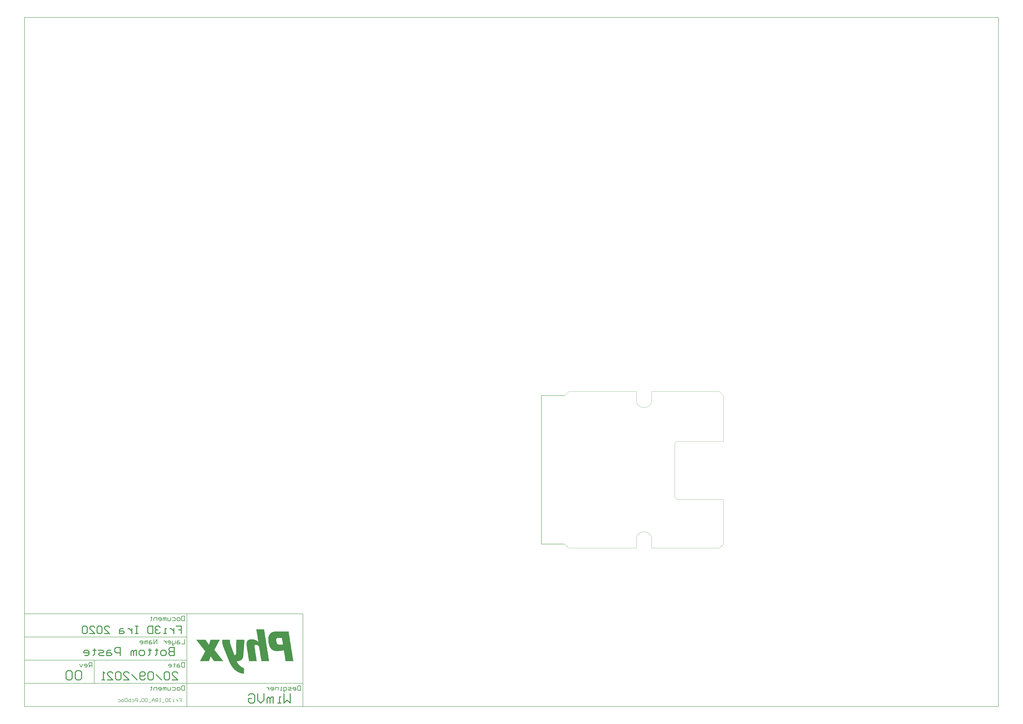
<source format=gbp>
G04*
G04 #@! TF.GenerationSoftware,Altium Limited,Altium Designer,21.7.0 (8)*
G04*
G04 Layer_Color=128*
%FSLAX25Y25*%
%MOIN*%
G70*
G04*
G04 #@! TF.SameCoordinates,1325804E-F4F0-4480-9AD4-437C1A0D12FC*
G04*
G04*
G04 #@! TF.FilePolarity,Positive*
G04*
G01*
G75*
%ADD10C,0.00591*%
%ADD11C,0.00984*%
%ADD12C,0.00787*%
%ADD13C,0.00394*%
%ADD14C,0.01575*%
G36*
X-42265Y-141778D02*
X-43983D01*
Y-142065D01*
X-44842D01*
Y-142351D01*
X-45701D01*
Y-142637D01*
X-46560D01*
Y-142924D01*
X-47132D01*
Y-143210D01*
X-47419D01*
Y-143496D01*
X-47991D01*
Y-143783D01*
X-48278D01*
Y-144069D01*
X-48850D01*
Y-144355D01*
X-49136D01*
Y-144641D01*
X-49423D01*
Y-144928D01*
X-49709D01*
Y-145214D01*
X-49995D01*
Y-145501D01*
X-50282D01*
Y-145787D01*
X-50568D01*
Y-146073D01*
Y-146359D01*
X-50854D01*
Y-146646D01*
X-51141D01*
Y-146932D01*
Y-147218D01*
X-51427D01*
Y-147505D01*
X-51713D01*
Y-147791D01*
Y-148077D01*
X-52000D01*
Y-148364D01*
Y-148650D01*
Y-148936D01*
X-52286D01*
Y-149223D01*
Y-149509D01*
Y-149795D01*
X-52572D01*
Y-150082D01*
Y-150368D01*
Y-150654D01*
Y-150940D01*
X-52859D01*
Y-151227D01*
Y-151513D01*
Y-151799D01*
Y-152086D01*
Y-152372D01*
X-53145D01*
Y-152658D01*
Y-152945D01*
Y-153231D01*
Y-153517D01*
Y-153804D01*
Y-154090D01*
Y-154376D01*
Y-154663D01*
Y-154949D01*
Y-155235D01*
Y-155521D01*
Y-155808D01*
Y-156094D01*
Y-156380D01*
Y-156667D01*
Y-156953D01*
Y-157239D01*
Y-157526D01*
Y-157812D01*
Y-158098D01*
X-52859D01*
Y-158385D01*
Y-158671D01*
Y-158957D01*
Y-159244D01*
Y-159530D01*
Y-159816D01*
Y-160102D01*
X-52572D01*
Y-160389D01*
Y-160675D01*
Y-160961D01*
Y-161248D01*
Y-161534D01*
X-52286D01*
Y-161820D01*
Y-162107D01*
Y-162393D01*
Y-162679D01*
Y-162966D01*
X-52000D01*
Y-163252D01*
Y-163538D01*
Y-163824D01*
X-51713D01*
Y-164111D01*
Y-164397D01*
Y-164683D01*
Y-164970D01*
X-51427D01*
Y-165256D01*
Y-165542D01*
Y-165829D01*
X-51141D01*
Y-166115D01*
Y-166401D01*
X-50854D01*
Y-166688D01*
Y-166974D01*
Y-167260D01*
X-50568D01*
Y-167547D01*
Y-167833D01*
X-50282D01*
Y-168119D01*
Y-168405D01*
X-49995D01*
Y-168692D01*
Y-168978D01*
X-49709D01*
Y-169264D01*
X-49423D01*
Y-169551D01*
Y-169837D01*
X-49136D01*
Y-170123D01*
X-48850D01*
Y-170410D01*
X-48564D01*
Y-170696D01*
Y-170982D01*
X-48278D01*
Y-171269D01*
X-47991D01*
Y-171555D01*
X-47705D01*
Y-171841D01*
X-47419D01*
Y-172127D01*
X-47132D01*
Y-172414D01*
X-46560D01*
Y-172700D01*
X-46273D01*
Y-172986D01*
X-45701D01*
Y-173273D01*
X-45414D01*
Y-173559D01*
X-44842D01*
Y-173845D01*
X-43983D01*
Y-174132D01*
X-43124D01*
Y-174418D01*
X-42265D01*
Y-174704D01*
X-40547D01*
Y-174991D01*
X-35394D01*
Y-174704D01*
X-32817D01*
Y-174418D01*
X-30812D01*
Y-174132D01*
X-29381D01*
Y-173845D01*
X-27949D01*
Y-173559D01*
X-26518D01*
Y-173845D01*
Y-174132D01*
Y-174418D01*
Y-174704D01*
Y-174991D01*
Y-175277D01*
Y-175563D01*
X-26232D01*
Y-175850D01*
Y-176136D01*
Y-176422D01*
Y-176709D01*
Y-176995D01*
Y-177281D01*
X-25945D01*
Y-177568D01*
Y-177854D01*
Y-178140D01*
Y-178426D01*
Y-178713D01*
Y-178999D01*
X-25659D01*
Y-179285D01*
Y-179572D01*
Y-179858D01*
Y-180144D01*
Y-180431D01*
Y-180717D01*
Y-181003D01*
X-25372D01*
Y-181290D01*
Y-181576D01*
Y-181862D01*
Y-182149D01*
Y-182435D01*
Y-182721D01*
X-25086D01*
Y-183007D01*
Y-183294D01*
Y-183580D01*
Y-183866D01*
Y-184153D01*
Y-184439D01*
X-24800D01*
Y-184725D01*
Y-185012D01*
Y-185298D01*
Y-185584D01*
Y-185871D01*
Y-186157D01*
Y-186443D01*
X-24514D01*
Y-186730D01*
Y-187016D01*
Y-187302D01*
Y-187588D01*
Y-187875D01*
Y-188161D01*
X-24227D01*
Y-188447D01*
Y-188734D01*
Y-189020D01*
Y-189306D01*
Y-189593D01*
Y-189879D01*
X-23941D01*
Y-190165D01*
Y-190452D01*
Y-190738D01*
Y-191024D01*
Y-191311D01*
Y-191597D01*
Y-191883D01*
X-10484D01*
Y-191597D01*
X-10771D01*
Y-191311D01*
Y-191024D01*
Y-190738D01*
Y-190452D01*
Y-190165D01*
X-11057D01*
Y-189879D01*
Y-189593D01*
Y-189306D01*
Y-189020D01*
Y-188734D01*
Y-188447D01*
Y-188161D01*
X-11343D01*
Y-187875D01*
Y-187588D01*
Y-187302D01*
Y-187016D01*
Y-186730D01*
Y-186443D01*
X-11630D01*
Y-186157D01*
Y-185871D01*
Y-185584D01*
Y-185298D01*
Y-185012D01*
Y-184725D01*
X-11916D01*
Y-184439D01*
Y-184153D01*
Y-183866D01*
Y-183580D01*
Y-183294D01*
Y-183007D01*
Y-182721D01*
X-12202D01*
Y-182435D01*
Y-182149D01*
Y-181862D01*
Y-181576D01*
Y-181290D01*
Y-181003D01*
X-12488D01*
Y-180717D01*
Y-180431D01*
Y-180144D01*
Y-179858D01*
Y-179572D01*
Y-179285D01*
X-12775D01*
Y-178999D01*
Y-178713D01*
Y-178426D01*
Y-178140D01*
Y-177854D01*
Y-177568D01*
X-13061D01*
Y-177281D01*
Y-176995D01*
Y-176709D01*
Y-176422D01*
Y-176136D01*
Y-175850D01*
Y-175563D01*
X-13347D01*
Y-175277D01*
Y-174991D01*
Y-174704D01*
Y-174418D01*
Y-174132D01*
Y-173845D01*
X-13634D01*
Y-173559D01*
Y-173273D01*
Y-172986D01*
Y-172700D01*
Y-172414D01*
Y-172127D01*
X-13920D01*
Y-171841D01*
Y-171555D01*
Y-171269D01*
Y-170982D01*
Y-170696D01*
Y-170410D01*
X-14206D01*
Y-170123D01*
Y-169837D01*
Y-169551D01*
Y-169264D01*
Y-168978D01*
Y-168692D01*
Y-168405D01*
X-14493D01*
Y-168119D01*
Y-167833D01*
Y-167547D01*
Y-167260D01*
Y-166974D01*
Y-166688D01*
X-14779D01*
Y-166401D01*
Y-166115D01*
Y-165829D01*
Y-165542D01*
Y-165256D01*
Y-164970D01*
X-15065D01*
Y-164683D01*
Y-164397D01*
Y-164111D01*
Y-163824D01*
Y-163538D01*
Y-163252D01*
Y-162966D01*
X-15352D01*
Y-162679D01*
Y-162393D01*
Y-162107D01*
Y-161820D01*
Y-161534D01*
Y-161248D01*
X-15638D01*
Y-160961D01*
Y-160675D01*
Y-160389D01*
Y-160102D01*
Y-159816D01*
Y-159530D01*
X-15924D01*
Y-159244D01*
Y-158957D01*
Y-158671D01*
Y-158385D01*
Y-158098D01*
Y-157812D01*
X-16210D01*
Y-157526D01*
Y-157239D01*
Y-156953D01*
Y-156667D01*
Y-156380D01*
Y-156094D01*
Y-155808D01*
X-16497D01*
Y-155521D01*
Y-155235D01*
Y-154949D01*
Y-154663D01*
Y-154376D01*
Y-154090D01*
X-16783D01*
Y-153804D01*
Y-153517D01*
Y-153231D01*
Y-152945D01*
Y-152658D01*
Y-152372D01*
X-17069D01*
Y-152086D01*
Y-151799D01*
Y-151513D01*
Y-151227D01*
Y-150940D01*
Y-150654D01*
Y-150368D01*
X-17356D01*
Y-150082D01*
Y-149795D01*
Y-149509D01*
Y-149223D01*
Y-148936D01*
Y-148650D01*
X-17642D01*
Y-148364D01*
Y-148077D01*
Y-147791D01*
Y-147505D01*
Y-147218D01*
Y-146932D01*
X-17928D01*
Y-146646D01*
Y-146359D01*
Y-146073D01*
Y-145787D01*
Y-145501D01*
Y-145214D01*
Y-144928D01*
X-18215D01*
Y-144641D01*
Y-144355D01*
Y-144069D01*
Y-143783D01*
Y-143496D01*
Y-143210D01*
X-18501D01*
Y-142924D01*
Y-142637D01*
Y-142351D01*
Y-142065D01*
Y-141778D01*
Y-141492D01*
X-42265D01*
Y-141778D01*
D02*
G37*
G36*
X-73473Y-138343D02*
Y-138629D01*
X-73187D01*
Y-138915D01*
Y-139202D01*
Y-139488D01*
Y-139774D01*
Y-140060D01*
Y-140347D01*
X-72900D01*
Y-140633D01*
Y-140919D01*
Y-141206D01*
Y-141492D01*
Y-141778D01*
Y-142065D01*
X-72614D01*
Y-142351D01*
Y-142637D01*
Y-142924D01*
Y-143210D01*
Y-143496D01*
Y-143783D01*
Y-144069D01*
X-72328D01*
Y-144355D01*
Y-144641D01*
Y-144928D01*
Y-145214D01*
Y-145501D01*
Y-145787D01*
X-72041D01*
Y-146073D01*
Y-146359D01*
Y-146646D01*
Y-146932D01*
Y-147218D01*
Y-147505D01*
X-71755D01*
Y-147791D01*
Y-148077D01*
Y-148364D01*
Y-148650D01*
Y-148936D01*
Y-149223D01*
Y-149509D01*
X-71469D01*
Y-149795D01*
Y-150082D01*
Y-150368D01*
Y-150654D01*
Y-150940D01*
Y-151227D01*
X-71183D01*
Y-151513D01*
Y-151799D01*
Y-152086D01*
Y-152372D01*
Y-152658D01*
Y-152945D01*
X-70896D01*
Y-153231D01*
Y-153517D01*
Y-153804D01*
Y-154090D01*
Y-154376D01*
Y-154663D01*
X-70610D01*
Y-154949D01*
Y-155235D01*
Y-155521D01*
Y-155808D01*
Y-156094D01*
Y-156380D01*
Y-156667D01*
X-70324D01*
Y-156953D01*
Y-157239D01*
Y-157526D01*
Y-157812D01*
Y-158098D01*
Y-158385D01*
X-70037D01*
Y-158671D01*
Y-158957D01*
X-70610D01*
Y-158671D01*
X-70896D01*
Y-158385D01*
X-71183D01*
Y-158098D01*
X-71755D01*
Y-157812D01*
X-72041D01*
Y-157526D01*
X-72328D01*
Y-157239D01*
X-72900D01*
Y-156953D01*
X-73473D01*
Y-156667D01*
X-73759D01*
Y-156380D01*
X-74332D01*
Y-156094D01*
X-75191D01*
Y-155808D01*
X-75764D01*
Y-155521D01*
X-76622D01*
Y-155235D01*
X-78054D01*
Y-154949D01*
X-84353D01*
Y-155235D01*
X-85498D01*
Y-155521D01*
X-86357D01*
Y-155808D01*
X-86930D01*
Y-156094D01*
X-87216D01*
Y-156380D01*
X-87789D01*
Y-156667D01*
X-88075D01*
Y-156953D01*
X-88361D01*
Y-157239D01*
X-88648D01*
Y-157526D01*
X-88934D01*
Y-157812D01*
Y-158098D01*
X-89220D01*
Y-158385D01*
Y-158671D01*
X-89507D01*
Y-158957D01*
Y-159244D01*
Y-159530D01*
X-89793D01*
Y-159816D01*
Y-160102D01*
Y-160389D01*
Y-160675D01*
X-90079D01*
Y-160961D01*
Y-161248D01*
Y-161534D01*
Y-161820D01*
Y-162107D01*
Y-162393D01*
Y-162679D01*
Y-162966D01*
Y-163252D01*
Y-163538D01*
Y-163824D01*
Y-164111D01*
Y-164397D01*
Y-164683D01*
Y-164970D01*
Y-165256D01*
Y-165542D01*
Y-165829D01*
X-89793D01*
Y-166115D01*
Y-166401D01*
Y-166688D01*
Y-166974D01*
Y-167260D01*
Y-167547D01*
Y-167833D01*
X-89507D01*
Y-168119D01*
Y-168405D01*
Y-168692D01*
Y-168978D01*
Y-169264D01*
Y-169551D01*
Y-169837D01*
X-89220D01*
Y-170123D01*
Y-170410D01*
Y-170696D01*
Y-170982D01*
Y-171269D01*
Y-171555D01*
X-88934D01*
Y-171841D01*
Y-172127D01*
Y-172414D01*
Y-172700D01*
Y-172986D01*
Y-173273D01*
X-88648D01*
Y-173559D01*
Y-173845D01*
Y-174132D01*
Y-174418D01*
Y-174704D01*
Y-174991D01*
X-88361D01*
Y-175277D01*
Y-175563D01*
Y-175850D01*
Y-176136D01*
Y-176422D01*
Y-176709D01*
Y-176995D01*
X-88075D01*
Y-177281D01*
Y-177568D01*
Y-177854D01*
Y-178140D01*
Y-178426D01*
Y-178713D01*
X-87789D01*
Y-178999D01*
Y-179285D01*
Y-179572D01*
Y-179858D01*
Y-180144D01*
Y-180431D01*
X-87502D01*
Y-180717D01*
Y-181003D01*
Y-181290D01*
Y-181576D01*
Y-181862D01*
Y-182149D01*
Y-182435D01*
X-87216D01*
Y-182721D01*
Y-183007D01*
Y-183294D01*
Y-183580D01*
Y-183866D01*
Y-184153D01*
X-86930D01*
Y-184439D01*
Y-184725D01*
Y-185012D01*
Y-185298D01*
Y-185584D01*
Y-185871D01*
X-86643D01*
Y-186157D01*
Y-186443D01*
Y-186730D01*
Y-187016D01*
Y-187302D01*
Y-187588D01*
X-86357D01*
Y-187875D01*
Y-188161D01*
Y-188447D01*
Y-188734D01*
Y-189020D01*
Y-189306D01*
Y-189593D01*
X-86071D01*
Y-189879D01*
Y-190165D01*
Y-190452D01*
Y-190738D01*
Y-191024D01*
Y-191311D01*
X-85785D01*
Y-191597D01*
Y-191883D01*
X-72614D01*
Y-191597D01*
Y-191311D01*
X-72900D01*
Y-191024D01*
Y-190738D01*
Y-190452D01*
Y-190165D01*
Y-189879D01*
Y-189593D01*
X-73187D01*
Y-189306D01*
Y-189020D01*
Y-188734D01*
Y-188447D01*
Y-188161D01*
Y-187875D01*
Y-187588D01*
X-73473D01*
Y-187302D01*
Y-187016D01*
Y-186730D01*
Y-186443D01*
Y-186157D01*
Y-185871D01*
X-73759D01*
Y-185584D01*
Y-185298D01*
Y-185012D01*
Y-184725D01*
Y-184439D01*
Y-184153D01*
X-74046D01*
Y-183866D01*
Y-183580D01*
Y-183294D01*
Y-183007D01*
Y-182721D01*
Y-182435D01*
Y-182149D01*
X-74332D01*
Y-181862D01*
Y-181576D01*
Y-181290D01*
Y-181003D01*
Y-180717D01*
Y-180431D01*
X-74618D01*
Y-180144D01*
Y-179858D01*
Y-179572D01*
Y-179285D01*
Y-178999D01*
Y-178713D01*
Y-178426D01*
X-74905D01*
Y-178140D01*
Y-177854D01*
Y-177568D01*
Y-177281D01*
Y-176995D01*
Y-176709D01*
X-75191D01*
Y-176422D01*
Y-176136D01*
Y-175850D01*
Y-175563D01*
Y-175277D01*
Y-174991D01*
X-75477D01*
Y-174704D01*
Y-174418D01*
Y-174132D01*
Y-173845D01*
Y-173559D01*
Y-173273D01*
X-75764D01*
Y-172986D01*
Y-172700D01*
Y-172414D01*
Y-172127D01*
Y-171841D01*
Y-171555D01*
Y-171269D01*
X-76050D01*
Y-170982D01*
Y-170696D01*
Y-170410D01*
Y-170123D01*
Y-169837D01*
Y-169551D01*
X-76336D01*
Y-169264D01*
Y-168978D01*
Y-168692D01*
Y-168405D01*
Y-168119D01*
Y-167833D01*
Y-167547D01*
X-76622D01*
Y-167260D01*
Y-166974D01*
Y-166688D01*
Y-166401D01*
Y-166115D01*
Y-165829D01*
X-76336D01*
Y-165542D01*
Y-165256D01*
X-76050D01*
Y-164970D01*
X-75764D01*
Y-164683D01*
X-75191D01*
Y-164397D01*
X-73473D01*
Y-164683D01*
X-72041D01*
Y-164970D01*
X-71183D01*
Y-165256D01*
X-70610D01*
Y-165542D01*
X-70324D01*
Y-165829D01*
X-69751D01*
Y-166115D01*
X-69465D01*
Y-166401D01*
X-69178D01*
Y-166688D01*
Y-166974D01*
X-68892D01*
Y-167260D01*
Y-167547D01*
Y-167833D01*
X-68606D01*
Y-168119D01*
Y-168405D01*
Y-168692D01*
Y-168978D01*
Y-169264D01*
Y-169551D01*
X-68319D01*
Y-169837D01*
Y-170123D01*
Y-170410D01*
Y-170696D01*
Y-170982D01*
Y-171269D01*
Y-171555D01*
X-68033D01*
Y-171841D01*
Y-172127D01*
Y-172414D01*
Y-172700D01*
Y-172986D01*
Y-173273D01*
X-67747D01*
Y-173559D01*
Y-173845D01*
Y-174132D01*
Y-174418D01*
Y-174704D01*
Y-174991D01*
X-67461D01*
Y-175277D01*
Y-175563D01*
Y-175850D01*
Y-176136D01*
Y-176422D01*
Y-176709D01*
X-67174D01*
Y-176995D01*
Y-177281D01*
Y-177568D01*
Y-177854D01*
Y-178140D01*
Y-178426D01*
Y-178713D01*
X-66888D01*
Y-178999D01*
Y-179285D01*
Y-179572D01*
Y-179858D01*
Y-180144D01*
Y-180431D01*
X-66602D01*
Y-180717D01*
Y-181003D01*
Y-181290D01*
Y-181576D01*
Y-181862D01*
Y-182149D01*
X-66315D01*
Y-182435D01*
Y-182721D01*
Y-183007D01*
Y-183294D01*
Y-183580D01*
Y-183866D01*
Y-184153D01*
X-66029D01*
Y-184439D01*
Y-184725D01*
Y-185012D01*
Y-185298D01*
Y-185584D01*
Y-185871D01*
X-65743D01*
Y-186157D01*
Y-186443D01*
Y-186730D01*
Y-187016D01*
Y-187302D01*
Y-187588D01*
X-65456D01*
Y-187875D01*
Y-188161D01*
Y-188447D01*
Y-188734D01*
Y-189020D01*
Y-189306D01*
X-65170D01*
Y-189593D01*
Y-189879D01*
Y-190165D01*
Y-190452D01*
Y-190738D01*
Y-191024D01*
Y-191311D01*
X-64884D01*
Y-191597D01*
Y-191883D01*
X-51713D01*
Y-191597D01*
Y-191311D01*
X-52000D01*
Y-191024D01*
Y-190738D01*
Y-190452D01*
Y-190165D01*
Y-189879D01*
Y-189593D01*
Y-189306D01*
X-52286D01*
Y-189020D01*
Y-188734D01*
Y-188447D01*
Y-188161D01*
Y-187875D01*
Y-187588D01*
X-52572D01*
Y-187302D01*
Y-187016D01*
Y-186730D01*
Y-186443D01*
Y-186157D01*
Y-185871D01*
X-52859D01*
Y-185584D01*
Y-185298D01*
Y-185012D01*
Y-184725D01*
Y-184439D01*
Y-184153D01*
Y-183866D01*
X-53145D01*
Y-183580D01*
Y-183294D01*
Y-183007D01*
Y-182721D01*
Y-182435D01*
Y-182149D01*
X-53431D01*
Y-181862D01*
Y-181576D01*
Y-181290D01*
Y-181003D01*
Y-180717D01*
Y-180431D01*
X-53717D01*
Y-180144D01*
Y-179858D01*
Y-179572D01*
Y-179285D01*
Y-178999D01*
Y-178713D01*
X-54004D01*
Y-178426D01*
Y-178140D01*
Y-177854D01*
Y-177568D01*
Y-177281D01*
Y-176995D01*
Y-176709D01*
X-54290D01*
Y-176422D01*
Y-176136D01*
Y-175850D01*
Y-175563D01*
Y-175277D01*
Y-174991D01*
X-54576D01*
Y-174704D01*
Y-174418D01*
Y-174132D01*
Y-173845D01*
Y-173559D01*
Y-173273D01*
X-54863D01*
Y-172986D01*
Y-172700D01*
Y-172414D01*
Y-172127D01*
Y-171841D01*
Y-171555D01*
Y-171269D01*
X-55149D01*
Y-170982D01*
Y-170696D01*
Y-170410D01*
Y-170123D01*
Y-169837D01*
Y-169551D01*
X-55435D01*
Y-169264D01*
Y-168978D01*
Y-168692D01*
Y-168405D01*
Y-168119D01*
Y-167833D01*
X-55722D01*
Y-167547D01*
Y-167260D01*
Y-166974D01*
Y-166688D01*
Y-166401D01*
Y-166115D01*
X-56008D01*
Y-165829D01*
Y-165542D01*
Y-165256D01*
Y-164970D01*
Y-164683D01*
Y-164397D01*
Y-164111D01*
X-56294D01*
Y-163824D01*
Y-163538D01*
Y-163252D01*
Y-162966D01*
Y-162679D01*
Y-162393D01*
X-56581D01*
Y-162107D01*
Y-161820D01*
Y-161534D01*
Y-161248D01*
Y-160961D01*
Y-160675D01*
X-56867D01*
Y-160389D01*
Y-160102D01*
Y-159816D01*
Y-159530D01*
Y-159244D01*
Y-158957D01*
X-57153D01*
Y-158671D01*
Y-158385D01*
Y-158098D01*
Y-157812D01*
Y-157526D01*
Y-157239D01*
Y-156953D01*
X-57440D01*
Y-156667D01*
Y-156380D01*
Y-156094D01*
Y-155808D01*
Y-155521D01*
Y-155235D01*
X-57726D01*
Y-154949D01*
Y-154663D01*
Y-154376D01*
Y-154090D01*
Y-153804D01*
Y-153517D01*
X-58012D01*
Y-153231D01*
Y-152945D01*
Y-152658D01*
Y-152372D01*
Y-152086D01*
Y-151799D01*
Y-151513D01*
X-58298D01*
Y-151227D01*
Y-150940D01*
Y-150654D01*
Y-150368D01*
Y-150082D01*
Y-149795D01*
X-58585D01*
Y-149509D01*
Y-149223D01*
Y-148936D01*
Y-148650D01*
Y-148364D01*
Y-148077D01*
X-58871D01*
Y-147791D01*
Y-147505D01*
Y-147218D01*
Y-146932D01*
Y-146646D01*
Y-146359D01*
X-59157D01*
Y-146073D01*
Y-145787D01*
Y-145501D01*
Y-145214D01*
Y-144928D01*
Y-144641D01*
Y-144355D01*
X-59444D01*
Y-144069D01*
Y-143783D01*
Y-143496D01*
Y-143210D01*
Y-142924D01*
Y-142637D01*
X-59730D01*
Y-142351D01*
Y-142065D01*
Y-141778D01*
Y-141492D01*
Y-141206D01*
Y-140919D01*
X-60016D01*
Y-140633D01*
Y-140347D01*
Y-140060D01*
Y-139774D01*
Y-139488D01*
Y-139202D01*
Y-138915D01*
X-60303D01*
Y-138629D01*
Y-138343D01*
Y-138056D01*
X-73473D01*
Y-138343D01*
D02*
G37*
G36*
X-175400Y-155808D02*
X-175114D01*
Y-156094D01*
X-174828D01*
Y-156380D01*
Y-156667D01*
X-174541D01*
Y-156953D01*
X-174255D01*
Y-157239D01*
X-173969D01*
Y-157526D01*
Y-157812D01*
X-173683D01*
Y-158098D01*
X-173396D01*
Y-158385D01*
X-173110D01*
Y-158671D01*
X-172824D01*
Y-158957D01*
Y-159244D01*
X-172537D01*
Y-159530D01*
X-172251D01*
Y-159816D01*
X-171965D01*
Y-160102D01*
Y-160389D01*
X-171678D01*
Y-160675D01*
X-171392D01*
Y-160961D01*
X-171106D01*
Y-161248D01*
X-170819D01*
Y-161534D01*
Y-161820D01*
X-170533D01*
Y-162107D01*
X-170247D01*
Y-162393D01*
X-169960D01*
Y-162679D01*
Y-162966D01*
X-169674D01*
Y-163252D01*
X-169388D01*
Y-163538D01*
X-169102D01*
Y-163824D01*
Y-164111D01*
X-168815D01*
Y-164397D01*
X-168529D01*
Y-164683D01*
X-168243D01*
Y-164970D01*
X-167956D01*
Y-165256D01*
Y-165542D01*
X-167670D01*
Y-165829D01*
X-167384D01*
Y-166115D01*
X-167097D01*
Y-166401D01*
Y-166688D01*
X-166811D01*
Y-166974D01*
X-166525D01*
Y-167260D01*
X-166238D01*
Y-167547D01*
Y-167833D01*
X-165952D01*
Y-168119D01*
X-165666D01*
Y-168405D01*
X-165380D01*
Y-168692D01*
X-165093D01*
Y-168978D01*
Y-169264D01*
X-164807D01*
Y-169551D01*
X-164521D01*
Y-169837D01*
X-164234D01*
Y-170123D01*
Y-170410D01*
X-163948D01*
Y-170696D01*
X-163662D01*
Y-170982D01*
X-163375D01*
Y-171269D01*
Y-171555D01*
X-163089D01*
Y-171841D01*
X-162803D01*
Y-172127D01*
X-162516D01*
Y-172414D01*
X-162230D01*
Y-172700D01*
Y-172986D01*
X-161944D01*
Y-173273D01*
X-161657D01*
Y-173559D01*
X-161371D01*
Y-173845D01*
Y-174132D01*
X-161085D01*
Y-174418D01*
X-160799D01*
Y-174704D01*
X-160512D01*
Y-174991D01*
X-160226D01*
Y-175277D01*
Y-175563D01*
X-160512D01*
Y-175850D01*
Y-176136D01*
X-160799D01*
Y-176422D01*
Y-176709D01*
X-161085D01*
Y-176995D01*
X-161371D01*
Y-177281D01*
Y-177568D01*
X-161657D01*
Y-177854D01*
Y-178140D01*
X-161944D01*
Y-178426D01*
Y-178713D01*
X-162230D01*
Y-178999D01*
Y-179285D01*
X-162516D01*
Y-179572D01*
Y-179858D01*
X-162803D01*
Y-180144D01*
Y-180431D01*
X-163089D01*
Y-180717D01*
Y-181003D01*
X-163375D01*
Y-181290D01*
Y-181576D01*
X-163662D01*
Y-181862D01*
X-163948D01*
Y-182149D01*
Y-182435D01*
X-164234D01*
Y-182721D01*
Y-183007D01*
X-164521D01*
Y-183294D01*
Y-183580D01*
X-164807D01*
Y-183866D01*
Y-184153D01*
X-165093D01*
Y-184439D01*
Y-184725D01*
X-165380D01*
Y-185012D01*
Y-185298D01*
X-165666D01*
Y-185584D01*
Y-185871D01*
X-165952D01*
Y-186157D01*
X-166238D01*
Y-186443D01*
Y-186730D01*
X-166525D01*
Y-187016D01*
Y-187302D01*
X-166811D01*
Y-187588D01*
Y-187875D01*
X-167097D01*
Y-188161D01*
Y-188447D01*
X-167384D01*
Y-188734D01*
Y-189020D01*
X-167670D01*
Y-189306D01*
Y-189593D01*
X-167956D01*
Y-189879D01*
Y-190165D01*
X-168243D01*
Y-190452D01*
X-168529D01*
Y-190738D01*
Y-191024D01*
X-168815D01*
Y-191311D01*
Y-191597D01*
X-169102D01*
Y-191883D01*
X-153927D01*
Y-191597D01*
X-153641D01*
Y-191311D01*
Y-191024D01*
Y-190738D01*
X-153354D01*
Y-190452D01*
Y-190165D01*
Y-189879D01*
X-153068D01*
Y-189593D01*
Y-189306D01*
X-152782D01*
Y-189020D01*
Y-188734D01*
Y-188447D01*
X-152495D01*
Y-188161D01*
Y-187875D01*
Y-187588D01*
X-152209D01*
Y-187302D01*
Y-187016D01*
X-151923D01*
Y-186730D01*
Y-186443D01*
Y-186157D01*
X-151637D01*
Y-185871D01*
Y-185584D01*
Y-185298D01*
X-151350D01*
Y-185012D01*
Y-184725D01*
Y-184439D01*
X-151064D01*
Y-184153D01*
X-150491D01*
Y-184439D01*
Y-184725D01*
X-150205D01*
Y-185012D01*
X-149919D01*
Y-185298D01*
Y-185584D01*
X-149632D01*
Y-185871D01*
X-149346D01*
Y-186157D01*
Y-186443D01*
X-149060D01*
Y-186730D01*
X-148773D01*
Y-187016D01*
Y-187302D01*
X-148487D01*
Y-187588D01*
X-148201D01*
Y-187875D01*
X-147914D01*
Y-188161D01*
Y-188447D01*
X-147628D01*
Y-188734D01*
X-147342D01*
Y-189020D01*
Y-189306D01*
X-147055D01*
Y-189593D01*
X-146769D01*
Y-189879D01*
Y-190165D01*
X-146483D01*
Y-190452D01*
X-146196D01*
Y-190738D01*
Y-191024D01*
X-145910D01*
Y-191311D01*
X-145624D01*
Y-191597D01*
Y-191883D01*
X-129590D01*
Y-191597D01*
X-129877D01*
Y-191311D01*
X-130163D01*
Y-191024D01*
X-130449D01*
Y-190738D01*
X-130736D01*
Y-190452D01*
Y-190165D01*
X-131022D01*
Y-189879D01*
X-131308D01*
Y-189593D01*
X-131595D01*
Y-189306D01*
X-131881D01*
Y-189020D01*
Y-188734D01*
X-132167D01*
Y-188447D01*
X-132454D01*
Y-188161D01*
X-132740D01*
Y-187875D01*
Y-187588D01*
X-133026D01*
Y-187302D01*
X-133312D01*
Y-187016D01*
X-133599D01*
Y-186730D01*
X-133885D01*
Y-186443D01*
Y-186157D01*
X-134171D01*
Y-185871D01*
X-134458D01*
Y-185584D01*
X-134744D01*
Y-185298D01*
X-135030D01*
Y-185012D01*
Y-184725D01*
X-135317D01*
Y-184439D01*
X-135603D01*
Y-184153D01*
X-135889D01*
Y-183866D01*
Y-183580D01*
X-136176D01*
Y-183294D01*
X-136462D01*
Y-183007D01*
X-136748D01*
Y-182721D01*
X-137034D01*
Y-182435D01*
Y-182149D01*
X-137321D01*
Y-181862D01*
X-137607D01*
Y-181576D01*
X-137893D01*
Y-181290D01*
Y-181003D01*
X-138180D01*
Y-180717D01*
X-138466D01*
Y-180431D01*
X-138752D01*
Y-180144D01*
X-139039D01*
Y-179858D01*
Y-179572D01*
X-139325D01*
Y-179285D01*
X-139611D01*
Y-178999D01*
X-139898D01*
Y-178713D01*
Y-178426D01*
X-140184D01*
Y-178140D01*
X-140470D01*
Y-177854D01*
X-140757D01*
Y-177568D01*
X-141043D01*
Y-177281D01*
Y-176995D01*
X-141329D01*
Y-176709D01*
X-141615D01*
Y-176422D01*
X-141902D01*
Y-176136D01*
X-142188D01*
Y-175850D01*
Y-175563D01*
X-142474D01*
Y-175277D01*
X-142761D01*
Y-174991D01*
X-143047D01*
Y-174704D01*
Y-174418D01*
X-143333D01*
Y-174132D01*
X-143620D01*
Y-173845D01*
X-143906D01*
Y-173559D01*
X-144192D01*
Y-173273D01*
Y-172986D01*
X-144479D01*
Y-172700D01*
Y-172414D01*
Y-172127D01*
X-144192D01*
Y-171841D01*
X-143906D01*
Y-171555D01*
Y-171269D01*
X-143620D01*
Y-170982D01*
Y-170696D01*
X-143333D01*
Y-170410D01*
Y-170123D01*
X-143047D01*
Y-169837D01*
Y-169551D01*
X-142761D01*
Y-169264D01*
Y-168978D01*
X-142474D01*
Y-168692D01*
Y-168405D01*
X-142188D01*
Y-168119D01*
X-141902D01*
Y-167833D01*
Y-167547D01*
X-141615D01*
Y-167260D01*
Y-166974D01*
X-141329D01*
Y-166688D01*
Y-166401D01*
X-141043D01*
Y-166115D01*
Y-165829D01*
X-140757D01*
Y-165542D01*
Y-165256D01*
X-140470D01*
Y-164970D01*
Y-164683D01*
X-140184D01*
Y-164397D01*
X-139898D01*
Y-164111D01*
Y-163824D01*
X-139611D01*
Y-163538D01*
Y-163252D01*
X-139325D01*
Y-162966D01*
Y-162679D01*
X-139039D01*
Y-162393D01*
Y-162107D01*
X-138752D01*
Y-161820D01*
Y-161534D01*
X-138466D01*
Y-161248D01*
Y-160961D01*
X-138180D01*
Y-160675D01*
Y-160389D01*
X-137893D01*
Y-160102D01*
X-137607D01*
Y-159816D01*
Y-159530D01*
X-137321D01*
Y-159244D01*
Y-158957D01*
X-137034D01*
Y-158671D01*
Y-158385D01*
X-136748D01*
Y-158098D01*
Y-157812D01*
X-136462D01*
Y-157526D01*
Y-157239D01*
X-136176D01*
Y-156953D01*
Y-156667D01*
X-135889D01*
Y-156380D01*
X-135603D01*
Y-156094D01*
Y-155808D01*
X-135317D01*
Y-155521D01*
X-151064D01*
Y-155808D01*
X-151350D01*
Y-156094D01*
Y-156380D01*
Y-156667D01*
X-151637D01*
Y-156953D01*
Y-157239D01*
Y-157526D01*
X-151923D01*
Y-157812D01*
Y-158098D01*
Y-158385D01*
X-152209D01*
Y-158671D01*
Y-158957D01*
Y-159244D01*
X-152495D01*
Y-159530D01*
Y-159816D01*
Y-160102D01*
X-152782D01*
Y-160389D01*
Y-160675D01*
Y-160961D01*
X-153068D01*
Y-161248D01*
Y-161534D01*
Y-161820D01*
X-153354D01*
Y-162107D01*
Y-162393D01*
Y-162679D01*
X-153641D01*
Y-162966D01*
Y-163252D01*
Y-163538D01*
Y-163824D01*
X-154213D01*
Y-163538D01*
X-154500D01*
Y-163252D01*
X-154786D01*
Y-162966D01*
Y-162679D01*
X-155072D01*
Y-162393D01*
X-155359D01*
Y-162107D01*
Y-161820D01*
X-155645D01*
Y-161534D01*
X-155931D01*
Y-161248D01*
Y-160961D01*
X-156218D01*
Y-160675D01*
X-156504D01*
Y-160389D01*
Y-160102D01*
X-156790D01*
Y-159816D01*
X-157076D01*
Y-159530D01*
Y-159244D01*
X-157363D01*
Y-158957D01*
X-157649D01*
Y-158671D01*
Y-158385D01*
X-157935D01*
Y-158098D01*
X-158222D01*
Y-157812D01*
Y-157526D01*
X-158508D01*
Y-157239D01*
X-158794D01*
Y-156953D01*
Y-156667D01*
X-159081D01*
Y-156380D01*
X-159367D01*
Y-156094D01*
Y-155808D01*
X-159653D01*
Y-155521D01*
X-175400D01*
Y-155808D01*
D02*
G37*
G36*
X-131308D02*
Y-156094D01*
Y-156380D01*
Y-156667D01*
Y-156953D01*
Y-157239D01*
Y-157526D01*
Y-157812D01*
Y-158098D01*
Y-158385D01*
Y-158671D01*
Y-158957D01*
Y-159244D01*
Y-159530D01*
Y-159816D01*
Y-160102D01*
Y-160389D01*
Y-160675D01*
Y-160961D01*
Y-161248D01*
Y-161534D01*
X-131022D01*
Y-161820D01*
Y-162107D01*
Y-162393D01*
Y-162679D01*
Y-162966D01*
X-130736D01*
Y-163252D01*
Y-163538D01*
Y-163824D01*
Y-164111D01*
X-130449D01*
Y-164397D01*
Y-164683D01*
Y-164970D01*
Y-165256D01*
X-130163D01*
Y-165542D01*
Y-165829D01*
Y-166115D01*
X-129877D01*
Y-166401D01*
Y-166688D01*
Y-166974D01*
X-129590D01*
Y-167260D01*
Y-167547D01*
Y-167833D01*
X-129304D01*
Y-168119D01*
Y-168405D01*
Y-168692D01*
X-129018D01*
Y-168978D01*
Y-169264D01*
X-128731D01*
Y-169551D01*
Y-169837D01*
X-128445D01*
Y-170123D01*
Y-170410D01*
Y-170696D01*
X-128159D01*
Y-170982D01*
Y-171269D01*
X-127873D01*
Y-171555D01*
Y-171841D01*
Y-172127D01*
X-127586D01*
Y-172414D01*
Y-172700D01*
X-127300D01*
Y-172986D01*
Y-173273D01*
Y-173559D01*
X-127014D01*
Y-173845D01*
Y-174132D01*
X-126727D01*
Y-174418D01*
Y-174704D01*
Y-174991D01*
X-126441D01*
Y-175277D01*
Y-175563D01*
X-126155D01*
Y-175850D01*
Y-176136D01*
Y-176422D01*
X-125868D01*
Y-176709D01*
Y-176995D01*
X-125582D01*
Y-177281D01*
Y-177568D01*
Y-177854D01*
X-125296D01*
Y-178140D01*
Y-178426D01*
X-125009D01*
Y-178713D01*
Y-178999D01*
Y-179285D01*
X-124723D01*
Y-179572D01*
Y-179858D01*
X-124437D01*
Y-180144D01*
Y-180431D01*
Y-180717D01*
X-124150D01*
Y-181003D01*
Y-181290D01*
X-123864D01*
Y-181576D01*
Y-181862D01*
Y-182149D01*
X-123578D01*
Y-182435D01*
Y-182721D01*
X-123292D01*
Y-183007D01*
Y-183294D01*
Y-183580D01*
X-123005D01*
Y-183866D01*
Y-184153D01*
X-122719D01*
Y-184439D01*
Y-184725D01*
Y-185012D01*
X-122433D01*
Y-185298D01*
Y-185584D01*
X-122146D01*
Y-185871D01*
Y-186157D01*
Y-186443D01*
X-121860D01*
Y-186730D01*
Y-187016D01*
X-121574D01*
Y-187302D01*
Y-187588D01*
Y-187875D01*
X-121287D01*
Y-188161D01*
Y-188447D01*
X-121001D01*
Y-188734D01*
Y-189020D01*
Y-189306D01*
X-120715D01*
Y-189593D01*
Y-189879D01*
X-120428D01*
Y-190165D01*
Y-190452D01*
Y-190738D01*
X-120142D01*
Y-191024D01*
Y-191311D01*
X-119856D01*
Y-191597D01*
Y-191883D01*
Y-192169D01*
X-119569D01*
Y-192456D01*
Y-192742D01*
X-119283D01*
Y-193028D01*
Y-193315D01*
X-118997D01*
Y-193601D01*
Y-193887D01*
X-118710D01*
Y-194174D01*
Y-194460D01*
Y-194746D01*
X-118424D01*
Y-195033D01*
X-118138D01*
Y-195319D01*
Y-195605D01*
Y-195891D01*
X-117852D01*
Y-196178D01*
X-117565D01*
Y-196464D01*
Y-196750D01*
X-117279D01*
Y-197037D01*
Y-197323D01*
X-116993D01*
Y-197609D01*
Y-197896D01*
X-116706D01*
Y-198182D01*
Y-198468D01*
X-116420D01*
Y-198755D01*
X-116134D01*
Y-199041D01*
Y-199327D01*
X-115847D01*
Y-199614D01*
Y-199900D01*
X-115561D01*
Y-200186D01*
X-115275D01*
Y-200472D01*
X-114988D01*
Y-200759D01*
Y-201045D01*
X-114702D01*
Y-201331D01*
X-114416D01*
Y-201618D01*
Y-201904D01*
X-114129D01*
Y-202190D01*
X-113843D01*
Y-202477D01*
X-113557D01*
Y-202763D01*
Y-203049D01*
X-113271D01*
Y-203336D01*
X-112984D01*
Y-203622D01*
X-112698D01*
Y-203908D01*
X-112412D01*
Y-204195D01*
X-112125D01*
Y-204481D01*
Y-204767D01*
X-111839D01*
Y-205053D01*
X-111553D01*
Y-205340D01*
X-111266D01*
Y-205626D01*
X-110980D01*
Y-205912D01*
X-110694D01*
Y-206199D01*
X-110407D01*
Y-206485D01*
X-110121D01*
Y-206771D01*
X-109548D01*
Y-207058D01*
X-109262D01*
Y-207344D01*
X-108976D01*
Y-207630D01*
X-108689D01*
Y-207917D01*
X-108403D01*
Y-208203D01*
X-107831D01*
Y-208489D01*
X-107544D01*
Y-208776D01*
X-106972D01*
Y-209062D01*
X-106685D01*
Y-209348D01*
X-106113D01*
Y-209634D01*
X-105826D01*
Y-209921D01*
X-105254D01*
Y-210207D01*
X-104681D01*
Y-210493D01*
X-104109D01*
Y-210780D01*
X-103536D01*
Y-211066D01*
X-102963D01*
Y-211352D01*
X-102104D01*
Y-211639D01*
X-101532D01*
Y-211925D01*
X-100673D01*
Y-212211D01*
X-99528D01*
Y-212498D01*
X-98382D01*
Y-212784D01*
X-96664D01*
Y-213070D01*
X-94660D01*
Y-213357D01*
X-94374D01*
Y-213070D01*
Y-212784D01*
Y-212498D01*
Y-212211D01*
Y-211925D01*
Y-211639D01*
Y-211352D01*
Y-211066D01*
Y-210780D01*
Y-210493D01*
Y-210207D01*
Y-209921D01*
Y-209634D01*
Y-209348D01*
Y-209062D01*
Y-208776D01*
Y-208489D01*
Y-208203D01*
Y-207917D01*
Y-207630D01*
Y-207344D01*
Y-207058D01*
Y-206771D01*
Y-206485D01*
Y-206199D01*
Y-205912D01*
Y-205626D01*
Y-205340D01*
Y-205053D01*
Y-204767D01*
Y-204481D01*
Y-204195D01*
Y-203908D01*
X-94946D01*
Y-203622D01*
X-95519D01*
Y-203336D01*
X-96092D01*
Y-203049D01*
X-96664D01*
Y-202763D01*
X-97237D01*
Y-202477D01*
X-97810D01*
Y-202190D01*
X-98096D01*
Y-201904D01*
X-98669D01*
Y-201618D01*
X-98955D01*
Y-201331D01*
X-99528D01*
Y-201045D01*
X-99814D01*
Y-200759D01*
X-100100D01*
Y-200472D01*
X-100673D01*
Y-200186D01*
X-100959D01*
Y-199900D01*
X-101245D01*
Y-199614D01*
X-101532D01*
Y-199327D01*
X-101818D01*
Y-199041D01*
X-102104D01*
Y-198755D01*
X-102391D01*
Y-198468D01*
X-102677D01*
Y-198182D01*
X-102963D01*
Y-197896D01*
X-103250D01*
Y-197609D01*
X-103536D01*
Y-197323D01*
X-103822D01*
Y-197037D01*
Y-196750D01*
X-104109D01*
Y-196464D01*
X-104395D01*
Y-196178D01*
X-104681D01*
Y-195891D01*
Y-195605D01*
X-104967D01*
Y-195319D01*
X-105254D01*
Y-195033D01*
Y-194746D01*
X-105540D01*
Y-194460D01*
Y-194174D01*
X-105826D01*
Y-193887D01*
X-106113D01*
Y-193601D01*
Y-193315D01*
X-106399D01*
Y-193028D01*
Y-192742D01*
X-106685D01*
Y-192456D01*
Y-192169D01*
X-104967D01*
Y-191883D01*
X-102963D01*
Y-191597D01*
X-101818D01*
Y-191311D01*
X-101245D01*
Y-191024D01*
X-100387D01*
Y-190738D01*
X-99814D01*
Y-190452D01*
X-99528D01*
Y-190165D01*
X-98955D01*
Y-189879D01*
X-98669D01*
Y-189593D01*
X-98382D01*
Y-189306D01*
X-98096D01*
Y-189020D01*
X-97810D01*
Y-188734D01*
X-97523D01*
Y-188447D01*
Y-188161D01*
X-97237D01*
Y-187875D01*
X-96951D01*
Y-187588D01*
Y-187302D01*
X-96664D01*
Y-187016D01*
Y-186730D01*
X-96378D01*
Y-186443D01*
Y-186157D01*
X-96092D01*
Y-185871D01*
Y-185584D01*
Y-185298D01*
X-95806D01*
Y-185012D01*
Y-184725D01*
Y-184439D01*
Y-184153D01*
X-95519D01*
Y-183866D01*
Y-183580D01*
Y-183294D01*
Y-183007D01*
Y-182721D01*
Y-182435D01*
Y-182149D01*
X-95233D01*
Y-181862D01*
Y-181576D01*
Y-181290D01*
Y-181003D01*
Y-180717D01*
Y-180431D01*
Y-180144D01*
Y-179858D01*
Y-179572D01*
Y-179285D01*
Y-178999D01*
Y-178713D01*
Y-178426D01*
Y-178140D01*
Y-177854D01*
X-94946D01*
Y-177568D01*
Y-177281D01*
Y-176995D01*
Y-176709D01*
Y-176422D01*
Y-176136D01*
Y-175850D01*
Y-175563D01*
Y-175277D01*
Y-174991D01*
Y-174704D01*
Y-174418D01*
Y-174132D01*
Y-173845D01*
Y-173559D01*
X-94660D01*
Y-173273D01*
Y-172986D01*
Y-172700D01*
Y-172414D01*
Y-172127D01*
Y-171841D01*
Y-171555D01*
Y-171269D01*
Y-170982D01*
Y-170696D01*
Y-170410D01*
Y-170123D01*
Y-169837D01*
Y-169551D01*
Y-169264D01*
Y-168978D01*
X-94374D01*
Y-168692D01*
Y-168405D01*
Y-168119D01*
Y-167833D01*
Y-167547D01*
Y-167260D01*
Y-166974D01*
Y-166688D01*
Y-166401D01*
Y-166115D01*
Y-165829D01*
Y-165542D01*
Y-165256D01*
Y-164970D01*
Y-164683D01*
Y-164397D01*
X-94088D01*
Y-164111D01*
Y-163824D01*
Y-163538D01*
Y-163252D01*
Y-162966D01*
Y-162679D01*
Y-162393D01*
Y-162107D01*
Y-161820D01*
Y-161534D01*
Y-161248D01*
Y-160961D01*
Y-160675D01*
Y-160389D01*
X-93801D01*
Y-160102D01*
Y-159816D01*
Y-159530D01*
Y-159244D01*
Y-158957D01*
Y-158671D01*
Y-158385D01*
Y-158098D01*
Y-157812D01*
Y-157526D01*
Y-157239D01*
Y-156953D01*
Y-156667D01*
Y-156380D01*
Y-156094D01*
Y-155808D01*
X-93515D01*
Y-155521D01*
X-107258D01*
Y-155808D01*
Y-156094D01*
Y-156380D01*
Y-156667D01*
Y-156953D01*
Y-157239D01*
Y-157526D01*
Y-157812D01*
Y-158098D01*
Y-158385D01*
Y-158671D01*
Y-158957D01*
Y-159244D01*
Y-159530D01*
X-107544D01*
Y-159816D01*
Y-160102D01*
Y-160389D01*
Y-160675D01*
Y-160961D01*
Y-161248D01*
Y-161534D01*
Y-161820D01*
Y-162107D01*
Y-162393D01*
Y-162679D01*
Y-162966D01*
Y-163252D01*
Y-163538D01*
Y-163824D01*
Y-164111D01*
Y-164397D01*
Y-164683D01*
Y-164970D01*
Y-165256D01*
Y-165542D01*
Y-165829D01*
Y-166115D01*
Y-166401D01*
Y-166688D01*
Y-166974D01*
Y-167260D01*
Y-167547D01*
Y-167833D01*
Y-168119D01*
Y-168405D01*
Y-168692D01*
Y-168978D01*
Y-169264D01*
Y-169551D01*
Y-169837D01*
Y-170123D01*
Y-170410D01*
Y-170696D01*
Y-170982D01*
Y-171269D01*
X-107831D01*
Y-171555D01*
X-107544D01*
Y-171841D01*
Y-172127D01*
X-107831D01*
Y-172414D01*
Y-172700D01*
Y-172986D01*
Y-173273D01*
Y-173559D01*
Y-173845D01*
Y-174132D01*
Y-174418D01*
Y-174704D01*
Y-174991D01*
Y-175277D01*
Y-175563D01*
Y-175850D01*
Y-176136D01*
Y-176422D01*
Y-176709D01*
Y-176995D01*
Y-177281D01*
Y-177568D01*
Y-177854D01*
Y-178140D01*
Y-178426D01*
Y-178713D01*
Y-178999D01*
Y-179285D01*
Y-179572D01*
X-108117D01*
Y-179858D01*
Y-180144D01*
Y-180431D01*
X-108403D01*
Y-180717D01*
X-108689D01*
Y-181003D01*
X-108976D01*
Y-181290D01*
X-109835D01*
Y-181576D01*
X-110694D01*
Y-181290D01*
X-110980D01*
Y-181003D01*
Y-180717D01*
Y-180431D01*
X-111266D01*
Y-180144D01*
Y-179858D01*
X-111553D01*
Y-179572D01*
Y-179285D01*
Y-178999D01*
X-111839D01*
Y-178713D01*
Y-178426D01*
Y-178140D01*
X-112125D01*
Y-177854D01*
Y-177568D01*
Y-177281D01*
X-112412D01*
Y-176995D01*
Y-176709D01*
Y-176422D01*
X-112698D01*
Y-176136D01*
Y-175850D01*
X-112984D01*
Y-175563D01*
Y-175277D01*
Y-174991D01*
X-113271D01*
Y-174704D01*
Y-174418D01*
Y-174132D01*
X-113557D01*
Y-173845D01*
Y-173559D01*
Y-173273D01*
X-113843D01*
Y-172986D01*
Y-172700D01*
X-114129D01*
Y-172414D01*
Y-172127D01*
Y-171841D01*
X-114416D01*
Y-171555D01*
Y-171269D01*
Y-170982D01*
X-114702D01*
Y-170696D01*
Y-170410D01*
Y-170123D01*
X-114988D01*
Y-169837D01*
Y-169551D01*
X-115275D01*
Y-169264D01*
Y-168978D01*
Y-168692D01*
X-115561D01*
Y-168405D01*
Y-168119D01*
Y-167833D01*
X-115847D01*
Y-167547D01*
Y-167260D01*
Y-166974D01*
X-116134D01*
Y-166688D01*
Y-166401D01*
X-116420D01*
Y-166115D01*
Y-165829D01*
Y-165542D01*
X-116706D01*
Y-165256D01*
Y-164970D01*
Y-164683D01*
X-116993D01*
Y-164397D01*
Y-164111D01*
Y-163824D01*
X-117279D01*
Y-163538D01*
Y-163252D01*
Y-162966D01*
Y-162679D01*
X-117565D01*
Y-162393D01*
Y-162107D01*
Y-161820D01*
Y-161534D01*
X-117852D01*
Y-161248D01*
Y-160961D01*
Y-160675D01*
Y-160389D01*
Y-160102D01*
X-118138D01*
Y-159816D01*
Y-159530D01*
Y-159244D01*
Y-158957D01*
Y-158671D01*
Y-158385D01*
X-118424D01*
Y-158098D01*
Y-157812D01*
Y-157526D01*
Y-157239D01*
Y-156953D01*
Y-156667D01*
Y-156380D01*
Y-156094D01*
Y-155808D01*
Y-155521D01*
X-131308D01*
Y-155808D01*
D02*
G37*
%LPC*%
G36*
X-37970Y-152658D02*
X-29954D01*
Y-152945D01*
Y-153231D01*
Y-153517D01*
Y-153804D01*
Y-154090D01*
X-29667D01*
Y-154376D01*
Y-154663D01*
Y-154949D01*
Y-155235D01*
Y-155521D01*
Y-155808D01*
X-29381D01*
Y-156094D01*
Y-156380D01*
Y-156667D01*
Y-156953D01*
Y-157239D01*
Y-157526D01*
X-29095D01*
Y-157812D01*
Y-158098D01*
Y-158385D01*
Y-158671D01*
Y-158957D01*
Y-159244D01*
X-28808D01*
Y-159530D01*
Y-159816D01*
Y-160102D01*
Y-160389D01*
Y-160675D01*
Y-160961D01*
Y-161248D01*
X-28522D01*
Y-161534D01*
Y-161820D01*
Y-162107D01*
Y-162393D01*
Y-162679D01*
Y-162966D01*
X-28236D01*
Y-163252D01*
Y-163538D01*
Y-163824D01*
X-35394D01*
Y-163538D01*
X-36539D01*
Y-163252D01*
X-37111D01*
Y-162966D01*
X-37398D01*
Y-162679D01*
X-37684D01*
Y-162393D01*
X-37970D01*
Y-162107D01*
X-38257D01*
Y-161820D01*
Y-161534D01*
X-38543D01*
Y-161248D01*
Y-160961D01*
X-38829D01*
Y-160675D01*
Y-160389D01*
X-39116D01*
Y-160102D01*
Y-159816D01*
Y-159530D01*
Y-159244D01*
X-39402D01*
Y-158957D01*
Y-158671D01*
Y-158385D01*
Y-158098D01*
Y-157812D01*
X-39688D01*
Y-157526D01*
Y-157239D01*
Y-156953D01*
Y-156667D01*
Y-156380D01*
Y-156094D01*
Y-155808D01*
Y-155521D01*
Y-155235D01*
Y-154949D01*
Y-154663D01*
X-39402D01*
Y-154376D01*
Y-154090D01*
X-39116D01*
Y-153804D01*
Y-153517D01*
X-38829D01*
Y-153231D01*
X-38543D01*
Y-152945D01*
X-37970D01*
Y-152658D01*
D02*
G37*
%LPD*%
D10*
X450015Y6890D02*
X410645D01*
Y258858D01*
X450015D02*
X410645D01*
D11*
X-352748Y-202012D02*
Y-194141D01*
X-356684D01*
X-357996Y-195452D01*
Y-198076D01*
X-356684Y-199388D01*
X-352748D01*
X-355372D02*
X-357996Y-202012D01*
X-364556D02*
X-361932D01*
X-360620Y-200700D01*
Y-198076D01*
X-361932Y-196764D01*
X-364556D01*
X-365867Y-198076D01*
Y-199388D01*
X-360620D01*
X-368491Y-196764D02*
X-371115Y-202012D01*
X-373739Y-196764D01*
X1582Y-233511D02*
Y-241382D01*
X-2353D01*
X-3665Y-240070D01*
Y-234823D01*
X-2353Y-233511D01*
X1582D01*
X-10225Y-241382D02*
X-7601D01*
X-6289Y-240070D01*
Y-237446D01*
X-7601Y-236134D01*
X-10225D01*
X-11537Y-237446D01*
Y-238758D01*
X-6289D01*
X-14161Y-241382D02*
X-18096D01*
X-19408Y-240070D01*
X-18096Y-238758D01*
X-15473D01*
X-14161Y-237446D01*
X-15473Y-236134D01*
X-19408D01*
X-24656Y-244006D02*
X-25968D01*
X-27280Y-242694D01*
Y-236134D01*
X-23344D01*
X-22032Y-237446D01*
Y-240070D01*
X-23344Y-241382D01*
X-27280D01*
X-29904D02*
X-32527D01*
X-31216D01*
Y-236134D01*
X-29904D01*
X-36463Y-241382D02*
Y-236134D01*
X-40399D01*
X-41711Y-237446D01*
Y-241382D01*
X-48270D02*
X-45647D01*
X-44335Y-240070D01*
Y-237446D01*
X-45647Y-236134D01*
X-48270D01*
X-49582Y-237446D01*
Y-238758D01*
X-44335D01*
X-52206Y-236134D02*
Y-241382D01*
Y-238758D01*
X-53518Y-237446D01*
X-54830Y-236134D01*
X-56142D01*
X-195268Y-115400D02*
Y-123272D01*
X-199204D01*
X-200516Y-121960D01*
Y-116712D01*
X-199204Y-115400D01*
X-195268D01*
X-204451Y-123272D02*
X-207075D01*
X-208387Y-121960D01*
Y-119336D01*
X-207075Y-118024D01*
X-204451D01*
X-203139Y-119336D01*
Y-121960D01*
X-204451Y-123272D01*
X-216259Y-118024D02*
X-212323D01*
X-211011Y-119336D01*
Y-121960D01*
X-212323Y-123272D01*
X-216259D01*
X-218882Y-118024D02*
Y-121960D01*
X-220194Y-123272D01*
X-224130D01*
Y-118024D01*
X-226754Y-123272D02*
Y-118024D01*
X-228066D01*
X-229378Y-119336D01*
Y-123272D01*
Y-119336D01*
X-230690Y-118024D01*
X-232002Y-119336D01*
Y-123272D01*
X-238561D02*
X-235937D01*
X-234625Y-121960D01*
Y-119336D01*
X-235937Y-118024D01*
X-238561D01*
X-239873Y-119336D01*
Y-120648D01*
X-234625D01*
X-242497Y-123272D02*
Y-118024D01*
X-246433D01*
X-247745Y-119336D01*
Y-123272D01*
X-251680Y-116712D02*
Y-118024D01*
X-250368D01*
X-252992D01*
X-251680D01*
Y-121960D01*
X-252992Y-123272D01*
X-195268Y-154770D02*
Y-162642D01*
X-200516D01*
X-204451Y-157394D02*
X-207075D01*
X-208387Y-158706D01*
Y-162642D01*
X-204451D01*
X-203139Y-161330D01*
X-204451Y-160018D01*
X-208387D01*
X-211011Y-157394D02*
Y-161330D01*
X-212323Y-162642D01*
X-216259D01*
Y-163954D01*
X-214947Y-165266D01*
X-213635D01*
X-216259Y-162642D02*
Y-157394D01*
X-222818Y-162642D02*
X-220194D01*
X-218882Y-161330D01*
Y-158706D01*
X-220194Y-157394D01*
X-222818D01*
X-224130Y-158706D01*
Y-160018D01*
X-218882D01*
X-226754Y-157394D02*
Y-162642D01*
Y-160018D01*
X-228066Y-158706D01*
X-229378Y-157394D01*
X-230690D01*
X-242497Y-162642D02*
Y-154770D01*
X-247745Y-162642D01*
Y-154770D01*
X-251680Y-157394D02*
X-254304D01*
X-255616Y-158706D01*
Y-162642D01*
X-251680D01*
X-250368Y-161330D01*
X-251680Y-160018D01*
X-255616D01*
X-258240Y-162642D02*
Y-157394D01*
X-259552D01*
X-260864Y-158706D01*
Y-162642D01*
Y-158706D01*
X-262176Y-157394D01*
X-263488Y-158706D01*
Y-162642D01*
X-270047D02*
X-267423D01*
X-266111Y-161330D01*
Y-158706D01*
X-267423Y-157394D01*
X-270047D01*
X-271359Y-158706D01*
Y-160018D01*
X-266111D01*
X-195268Y-194141D02*
Y-202012D01*
X-199204D01*
X-200516Y-200700D01*
Y-195452D01*
X-199204Y-194141D01*
X-195268D01*
X-204451Y-196764D02*
X-207075D01*
X-208387Y-198076D01*
Y-202012D01*
X-204451D01*
X-203139Y-200700D01*
X-204451Y-199388D01*
X-208387D01*
X-212323Y-195452D02*
Y-196764D01*
X-211011D01*
X-213635D01*
X-212323D01*
Y-200700D01*
X-213635Y-202012D01*
X-221506D02*
X-218882D01*
X-217571Y-200700D01*
Y-198076D01*
X-218882Y-196764D01*
X-221506D01*
X-222818Y-198076D01*
Y-199388D01*
X-217571D01*
X-195268Y-233511D02*
Y-241382D01*
X-199204D01*
X-200516Y-240070D01*
Y-234823D01*
X-199204Y-233511D01*
X-195268D01*
X-204451Y-241382D02*
X-207075D01*
X-208387Y-240070D01*
Y-237446D01*
X-207075Y-236134D01*
X-204451D01*
X-203139Y-237446D01*
Y-240070D01*
X-204451Y-241382D01*
X-216259Y-236134D02*
X-212323D01*
X-211011Y-237446D01*
Y-240070D01*
X-212323Y-241382D01*
X-216259D01*
X-218882Y-236134D02*
Y-240070D01*
X-220194Y-241382D01*
X-224130D01*
Y-236134D01*
X-226754Y-241382D02*
Y-236134D01*
X-228066D01*
X-229378Y-237446D01*
Y-241382D01*
Y-237446D01*
X-230690Y-236134D01*
X-232002Y-237446D01*
Y-241382D01*
X-238561D02*
X-235937D01*
X-234625Y-240070D01*
Y-237446D01*
X-235937Y-236134D01*
X-238561D01*
X-239873Y-237446D01*
Y-238758D01*
X-234625D01*
X-242497Y-241382D02*
Y-236134D01*
X-246433D01*
X-247745Y-237446D01*
Y-241382D01*
X-251680Y-234823D02*
Y-236134D01*
X-250368D01*
X-252992D01*
X-251680D01*
Y-240070D01*
X-252992Y-241382D01*
D12*
X-348811Y-229571D02*
Y-190201D01*
X-191331Y-150831D02*
X-466922D01*
X-191331Y-190201D02*
X-466922D01*
X5519Y-229571D02*
X-466922D01*
X5519Y-111461D02*
X-466922D01*
X5519Y-268941D02*
Y-111461D01*
X-191331Y-268941D02*
Y-111461D01*
X1186622Y900350D02*
X-466922D01*
Y-268941D02*
Y900350D01*
X1186622Y-268941D02*
Y900350D01*
Y-268941D02*
X-466922D01*
X-205109Y-255164D02*
X-201173D01*
Y-258115D01*
X-203141D01*
X-201173D01*
Y-261067D01*
X-207077Y-257131D02*
Y-261067D01*
Y-259099D01*
X-208061Y-258115D01*
X-209045Y-257131D01*
X-210029D01*
X-212981Y-261067D02*
X-214949D01*
X-213965D01*
Y-257131D01*
X-212981D01*
X-217900Y-256147D02*
X-218884Y-255164D01*
X-220852D01*
X-221836Y-256147D01*
Y-257131D01*
X-220852Y-258115D01*
X-219868D01*
X-220852D01*
X-221836Y-259099D01*
Y-260083D01*
X-220852Y-261067D01*
X-218884D01*
X-217900Y-260083D01*
X-223804Y-255164D02*
Y-261067D01*
X-226756D01*
X-227740Y-260083D01*
Y-256147D01*
X-226756Y-255164D01*
X-223804D01*
X-229708Y-262051D02*
X-233643D01*
X-235611Y-255164D02*
X-237579D01*
X-236595D01*
Y-261067D01*
X-235611D01*
X-237579D01*
X-240531D02*
Y-255164D01*
X-243483D01*
X-244467Y-256147D01*
Y-258115D01*
X-243483Y-259099D01*
X-240531D01*
X-242499D02*
X-244467Y-261067D01*
X-246434D02*
Y-257131D01*
X-248402Y-255164D01*
X-250370Y-257131D01*
Y-261067D01*
Y-258115D01*
X-246434D01*
X-252338Y-262051D02*
X-256274D01*
X-258242Y-256147D02*
X-259226Y-255164D01*
X-261193D01*
X-262177Y-256147D01*
Y-260083D01*
X-261193Y-261067D01*
X-259226D01*
X-258242Y-260083D01*
Y-256147D01*
X-264145D02*
X-265129Y-255164D01*
X-267097D01*
X-268081Y-256147D01*
Y-260083D01*
X-267097Y-261067D01*
X-265129D01*
X-264145Y-260083D01*
Y-256147D01*
X-270049Y-261067D02*
Y-260083D01*
X-271033D01*
Y-261067D01*
X-270049D01*
X-274969D02*
Y-255164D01*
X-277920D01*
X-278904Y-256147D01*
Y-258115D01*
X-277920Y-259099D01*
X-274969D01*
X-284808Y-257131D02*
X-281856D01*
X-280872Y-258115D01*
Y-260083D01*
X-281856Y-261067D01*
X-284808D01*
X-286776Y-255164D02*
Y-261067D01*
X-289728D01*
X-290711Y-260083D01*
Y-259099D01*
Y-258115D01*
X-289728Y-257131D01*
X-286776D01*
X-292679Y-255164D02*
Y-261067D01*
X-295631D01*
X-296615Y-260083D01*
Y-256147D01*
X-295631Y-255164D01*
X-292679D01*
X-299567Y-261067D02*
X-301535D01*
X-302519Y-260083D01*
Y-258115D01*
X-301535Y-257131D01*
X-299567D01*
X-298583Y-258115D01*
Y-260083D01*
X-299567Y-261067D01*
X-308422Y-257131D02*
X-305470D01*
X-304486Y-258115D01*
Y-260083D01*
X-305470Y-261067D01*
X-308422D01*
D13*
X642023Y181102D02*
G03*
X637023Y176102I0J-5000D01*
G01*
Y87677D02*
G03*
X642023Y82677I5000J0D01*
G01*
X572062Y250984D02*
G03*
X597653Y250984I12795J0D01*
G01*
X597653Y14764D02*
G03*
X572062Y14764I-12795J0D01*
G01*
X719700Y181102D02*
Y258858D01*
X719700Y6890D02*
Y82677D01*
X719700Y181102D02*
X642023Y181102D01*
X637023Y87677D02*
Y176102D01*
X719700Y82677D02*
X642023Y82677D01*
X572062Y250984D02*
Y265748D01*
X597653Y250984D02*
Y265748D01*
X712810Y265748D02*
X597653D01*
X572062Y265748D02*
X456905Y265748D01*
X572062Y-0D02*
X456905Y-0D01*
X712810D02*
X597653D01*
Y-0D02*
Y14764D01*
X572062Y-0D02*
Y14764D01*
X450015Y258858D02*
X450015D01*
X456905Y265748D02*
X450015Y258858D01*
X456905Y0D02*
X450015Y6890D01*
X719700Y6890D02*
X712810Y0D01*
X719700Y258858D02*
X712810Y265748D01*
D14*
X-212985Y-168552D02*
Y-182327D01*
X-219872D01*
X-222168Y-180031D01*
Y-177735D01*
X-219872Y-175439D01*
X-212985D01*
X-219872D01*
X-222168Y-173144D01*
Y-170848D01*
X-219872Y-168552D01*
X-212985D01*
X-229056Y-182327D02*
X-233647D01*
X-235943Y-180031D01*
Y-175439D01*
X-233647Y-173144D01*
X-229056D01*
X-226760Y-175439D01*
Y-180031D01*
X-229056Y-182327D01*
X-242831Y-170848D02*
Y-173144D01*
X-240535D01*
X-245126D01*
X-242831D01*
Y-180031D01*
X-245126Y-182327D01*
X-254310Y-170848D02*
Y-173144D01*
X-252014D01*
X-256606D01*
X-254310D01*
Y-180031D01*
X-256606Y-182327D01*
X-265789D02*
X-270381D01*
X-272677Y-180031D01*
Y-175439D01*
X-270381Y-173144D01*
X-265789D01*
X-263493Y-175439D01*
Y-180031D01*
X-265789Y-182327D01*
X-277268D02*
Y-173144D01*
X-279564D01*
X-281860Y-175439D01*
Y-182327D01*
Y-175439D01*
X-284156Y-173144D01*
X-286452Y-175439D01*
Y-182327D01*
X-304818D02*
Y-168552D01*
X-311706D01*
X-314002Y-170848D01*
Y-175439D01*
X-311706Y-177735D01*
X-304818D01*
X-320889Y-173144D02*
X-325481D01*
X-327777Y-175439D01*
Y-182327D01*
X-320889D01*
X-318594Y-180031D01*
X-320889Y-177735D01*
X-327777D01*
X-332369Y-182327D02*
X-339256D01*
X-341552Y-180031D01*
X-339256Y-177735D01*
X-334664D01*
X-332369Y-175439D01*
X-334664Y-173144D01*
X-341552D01*
X-348440Y-170848D02*
Y-173144D01*
X-346144D01*
X-350735D01*
X-348440D01*
Y-180031D01*
X-350735Y-182327D01*
X-364510D02*
X-359919D01*
X-357623Y-180031D01*
Y-175439D01*
X-359919Y-173144D01*
X-364510D01*
X-366806Y-175439D01*
Y-177735D01*
X-357623D01*
X-16134Y-247293D02*
Y-263036D01*
X-21382Y-257788D01*
X-26629Y-263036D01*
Y-247293D01*
X-31877Y-263036D02*
X-37125D01*
X-34501D01*
Y-252540D01*
X-31877D01*
X-44996Y-263036D02*
Y-252540D01*
X-47620D01*
X-50244Y-255164D01*
Y-263036D01*
Y-255164D01*
X-52868Y-252540D01*
X-55492Y-255164D01*
Y-263036D01*
X-60739Y-247293D02*
Y-257788D01*
X-65987Y-263036D01*
X-71235Y-257788D01*
Y-247293D01*
X-86977Y-249917D02*
X-84354Y-247293D01*
X-79106D01*
X-76482Y-249917D01*
Y-260412D01*
X-79106Y-263036D01*
X-84354D01*
X-86977Y-260412D01*
Y-255164D01*
X-81730D01*
X-370465Y-210546D02*
X-373089Y-207923D01*
X-378336D01*
X-380960Y-210546D01*
Y-221042D01*
X-378336Y-223665D01*
X-373089D01*
X-370465Y-221042D01*
Y-210546D01*
X-386208D02*
X-388832Y-207923D01*
X-394079D01*
X-396703Y-210546D01*
Y-221042D01*
X-394079Y-223665D01*
X-388832D01*
X-386208Y-221042D01*
Y-210546D01*
X-216262Y-223665D02*
X-207079D01*
X-216262Y-214482D01*
Y-212186D01*
X-213967Y-209890D01*
X-209375D01*
X-207079Y-212186D01*
X-220854D02*
X-223150Y-209890D01*
X-227742D01*
X-230037Y-212186D01*
Y-221370D01*
X-227742Y-223665D01*
X-223150D01*
X-220854Y-221370D01*
Y-212186D01*
X-234629Y-223665D02*
X-243813Y-214482D01*
X-248404Y-212186D02*
X-250700Y-209890D01*
X-255292D01*
X-257588Y-212186D01*
Y-221370D01*
X-255292Y-223665D01*
X-250700D01*
X-248404Y-221370D01*
Y-212186D01*
X-262179Y-221370D02*
X-264475Y-223665D01*
X-269067D01*
X-271363Y-221370D01*
Y-212186D01*
X-269067Y-209890D01*
X-264475D01*
X-262179Y-212186D01*
Y-214482D01*
X-264475Y-216778D01*
X-271363D01*
X-275954Y-223665D02*
X-285138Y-214482D01*
X-298913Y-223665D02*
X-289729D01*
X-298913Y-214482D01*
Y-212186D01*
X-296617Y-209890D01*
X-292025D01*
X-289729Y-212186D01*
X-303505D02*
X-305801Y-209890D01*
X-310392D01*
X-312688Y-212186D01*
Y-221370D01*
X-310392Y-223665D01*
X-305801D01*
X-303505Y-221370D01*
Y-212186D01*
X-326463Y-223665D02*
X-317280D01*
X-326463Y-214482D01*
Y-212186D01*
X-324167Y-209890D01*
X-319576D01*
X-317280Y-212186D01*
X-331055Y-223665D02*
X-335647D01*
X-333351D01*
Y-209890D01*
X-331055Y-212186D01*
X-209570Y-132331D02*
X-201173D01*
Y-138628D01*
X-205372D01*
X-201173D01*
Y-144925D01*
X-213768Y-136529D02*
Y-144925D01*
Y-140727D01*
X-215867Y-138628D01*
X-217966Y-136529D01*
X-220065D01*
X-226362Y-144925D02*
X-230560D01*
X-228461D01*
Y-136529D01*
X-226362D01*
X-236858Y-134430D02*
X-238957Y-132331D01*
X-243155D01*
X-245254Y-134430D01*
Y-136529D01*
X-243155Y-138628D01*
X-241056D01*
X-243155D01*
X-245254Y-140727D01*
Y-142826D01*
X-243155Y-144925D01*
X-238957D01*
X-236858Y-142826D01*
X-249452Y-132331D02*
Y-144925D01*
X-255749D01*
X-257848Y-142826D01*
Y-134430D01*
X-255749Y-132331D01*
X-249452D01*
X-274641D02*
X-278839D01*
X-276740D01*
Y-144925D01*
X-274641D01*
X-278839D01*
X-285136Y-136529D02*
Y-144925D01*
Y-140727D01*
X-287235Y-138628D01*
X-289334Y-136529D01*
X-291433D01*
X-299829D02*
X-304028D01*
X-306126Y-138628D01*
Y-144925D01*
X-299829D01*
X-297730Y-142826D01*
X-299829Y-140727D01*
X-306126D01*
X-331315Y-144925D02*
X-322919D01*
X-331315Y-136529D01*
Y-134430D01*
X-329216Y-132331D01*
X-325018D01*
X-322919Y-134430D01*
X-335513D02*
X-337612Y-132331D01*
X-341811D01*
X-343910Y-134430D01*
Y-142826D01*
X-341811Y-144925D01*
X-337612D01*
X-335513Y-142826D01*
Y-134430D01*
X-356504Y-144925D02*
X-348108D01*
X-356504Y-136529D01*
Y-134430D01*
X-354405Y-132331D01*
X-350207D01*
X-348108Y-134430D01*
X-360702D02*
X-362801Y-132331D01*
X-366999D01*
X-369098Y-134430D01*
Y-142826D01*
X-366999Y-144925D01*
X-362801D01*
X-360702Y-142826D01*
Y-134430D01*
M02*

</source>
